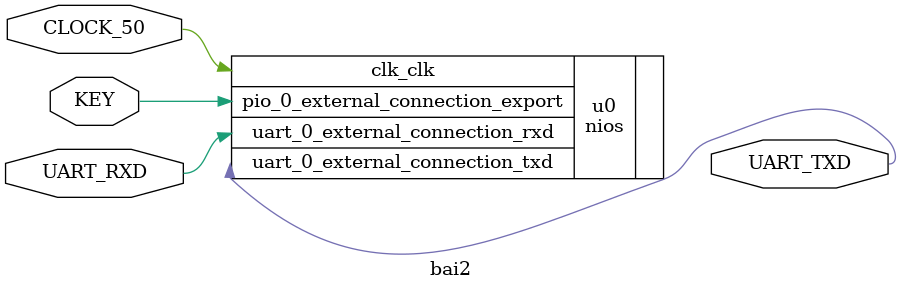
<source format=v>
module bai2(
	input CLOCK_50,
	input UART_RXD,
	output UART_TXD,
	input [0:0]KEY
);
	 
    nios u0 (
        .clk_clk                          (CLOCK_50),                          //                        clk.clk
        .uart_0_external_connection_rxd   (UART_RXD),   // uart_0_external_connection.rxd
        .uart_0_external_connection_txd   (UART_TXD),   //                           .txd
        .pio_0_external_connection_export (KEY[0])  //  pio_0_external_connection.export
    );

endmodule

</source>
